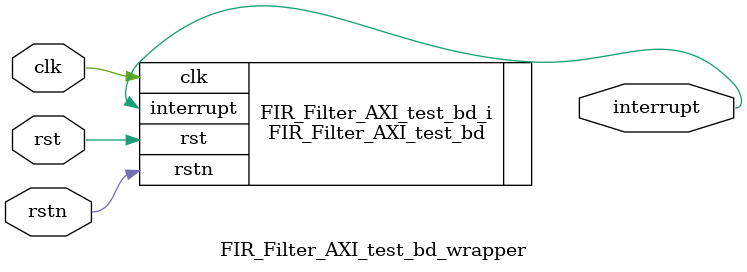
<source format=v>
`timescale 1 ps / 1 ps

module FIR_Filter_AXI_test_bd_wrapper
   (clk,
    interrupt,
    rst,
    rstn);
  input clk;
  output interrupt;
  input rst;
  input rstn;

  wire clk;
  wire interrupt;
  wire rst;
  wire rstn;

  FIR_Filter_AXI_test_bd FIR_Filter_AXI_test_bd_i
       (.clk(clk),
        .interrupt(interrupt),
        .rst(rst),
        .rstn(rstn));
endmodule

</source>
